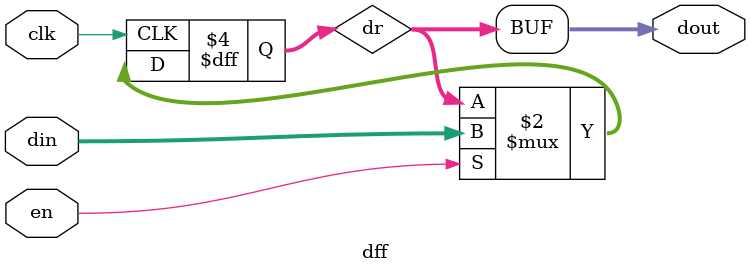
<source format=sv>
module dff #(
    parameter int DW = 32
) (
    input  logic          clk,
    input  logic          en,
    input  logic [DW-1:0] din,
    output logic [DW-1:0] dout
);

    logic [DW-1:0] dr;

    always_ff @(posedge clk) begin
        if (en)
            dr <= din;
    end

    assign dout = dr;

endmodule

</source>
